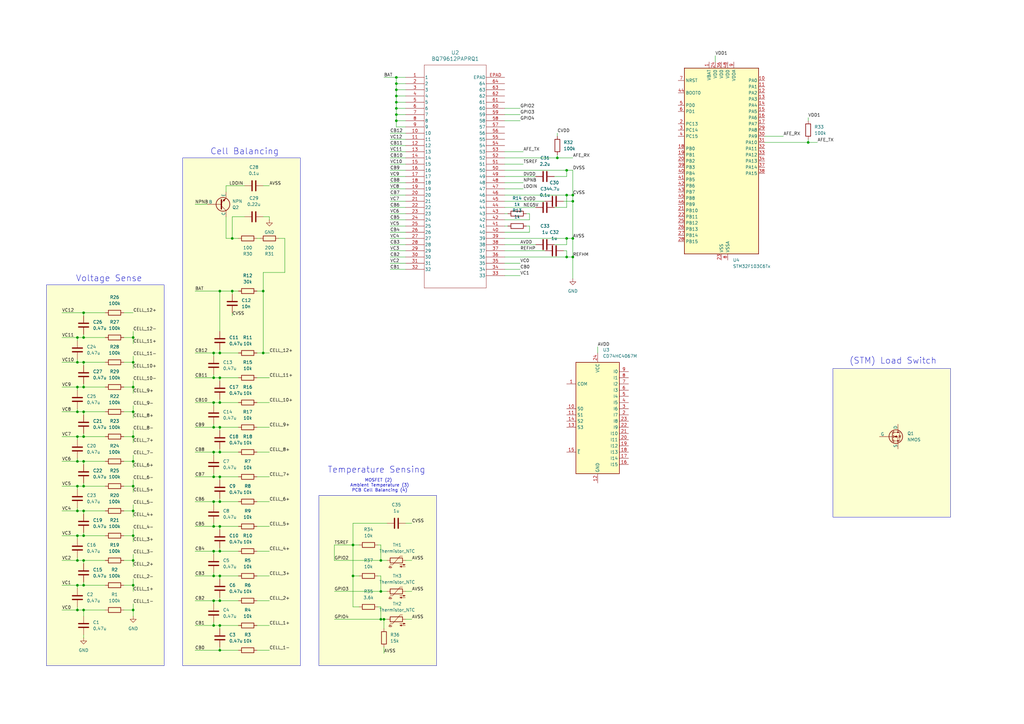
<source format=kicad_sch>
(kicad_sch (version 20250114) (generator "eeschema") (generator_version "9.0")
  (paper "A3")
  (rectangle (start 341.63 151.13) (end 389.89 212.09) (fill (type color) (color 252 255 209 1)))
  (rectangle (start 74.93 64.77) (end 123.19 273.05) (fill (type color) (color 252 255 209 1)))
  (rectangle (start 130.81 203.2) (end 179.07 273.05) (fill (type color) (color 252 255 209 1)))
  (rectangle (start 43.18 111.76) (end 43.18 111.76) (fill (type color) (color 255 249 164 1)))
  (rectangle (start 19.05 116.84) (end 67.31 273.05) (fill (type color) (color 252 255 209 1)))
  (text "Voltage Sense\n" (at 44.704 114.3 0) (effects (font (size 2.54 2.54))))
  (text "(STM) Load Switch" (at 366.268 148.082 0) (effects (font (size 2.54 2.54))))
  (text "MOSFET (2) \nAmbient Temperature (3)\nPCB Cell Balancing (4)" (at 155.702 199.136 0) (effects (font (size 1.27 1.27))))
  (text "Cell Balancing" (at 100.33 62.23 0) (effects (font (size 2.54 2.54))))
  (text "Temperature Sensing\n" (at 154.432 192.786 0) (effects (font (size 2.54 2.54))))
  (junction (at 34.29 240.03))
  (junction (at 232.41 97.79))
  (junction (at 90.17 226.06))
  (junction (at 87.63 165.1))
  (junction (at 87.63 175.26))
  (junction (at 34.29 179.07))
  (junction (at 31.75 179.07))
  (junction (at 34.29 128.27))
  (junction (at 232.41 69.85))
  (junction (at 54.61 219.71))
  (junction (at 34.29 219.71))
  (junction (at 54.61 209.55))
  (junction (at 31.75 189.23))
  (junction (at 90.17 246.38))
  (junction (at 234.95 105.41))
  (junction (at 157.48 254))
  (junction (at 107.95 119.38))
  (junction (at 34.29 209.55))
  (junction (at 90.17 236.22))
  (junction (at 90.17 256.54))
  (junction (at 54.61 148.59))
  (junction (at 31.75 209.55))
  (junction (at 90.17 144.78))
  (junction (at 156.21 229.87))
  (junction (at 331.47 58.42))
  (junction (at 234.95 97.79))
  (junction (at 156.21 254))
  (junction (at 232.41 105.41))
  (junction (at 162.56 46.99))
  (junction (at 90.17 175.26))
  (junction (at 31.75 199.39))
  (junction (at 31.75 148.59))
  (junction (at 31.75 250.19))
  (junction (at 54.61 158.75))
  (junction (at 31.75 219.71))
  (junction (at 90.17 195.58))
  (junction (at 90.17 266.7))
  (junction (at 31.75 158.75))
  (junction (at 234.95 82.55))
  (junction (at 54.61 240.03))
  (junction (at 54.61 199.39))
  (junction (at 95.25 97.79))
  (junction (at 34.29 229.87))
  (junction (at 34.29 138.43))
  (junction (at 144.78 223.52))
  (junction (at 87.63 205.74))
  (junction (at 87.63 236.22))
  (junction (at 31.75 138.43))
  (junction (at 87.63 185.42))
  (junction (at 162.56 36.83))
  (junction (at 54.61 229.87))
  (junction (at 87.63 256.54))
  (junction (at 162.56 49.53))
  (junction (at 162.56 44.45))
  (junction (at 107.95 144.78))
  (junction (at 234.95 80.01))
  (junction (at 34.29 168.91))
  (junction (at 54.61 250.19))
  (junction (at 34.29 189.23))
  (junction (at 31.75 240.03))
  (junction (at 162.56 34.29))
  (junction (at 54.61 189.23))
  (junction (at 54.61 168.91))
  (junction (at 34.29 148.59))
  (junction (at 90.17 154.94))
  (junction (at 34.29 158.75))
  (junction (at 31.75 229.87))
  (junction (at 90.17 215.9))
  (junction (at 232.41 80.01))
  (junction (at 95.25 119.38))
  (junction (at 87.63 246.38))
  (junction (at 144.78 236.22))
  (junction (at 162.56 39.37))
  (junction (at 90.17 119.38))
  (junction (at 34.29 250.19))
  (junction (at 31.75 168.91))
  (junction (at 54.61 138.43))
  (junction (at 90.17 185.42))
  (junction (at 90.17 165.1))
  (junction (at 87.63 215.9))
  (junction (at 162.56 41.91))
  (junction (at 162.56 31.75))
  (junction (at 34.29 199.39))
  (junction (at 156.21 242.57))
  (junction (at 87.63 144.78))
  (junction (at 54.61 179.07))
  (junction (at 228.6 64.77))
  (junction (at 87.63 154.94))
  (junction (at 87.63 195.58))
  (junction (at 90.17 205.74))
  (junction (at 87.63 226.06))
  (wire (pts (xy 107.95 144.78) (xy 107.95 119.38)))
  (wire (pts (xy 87.63 165.1) (xy 87.63 166.37)))
  (wire (pts (xy 162.56 34.29) (xy 166.37 34.29)))
  (wire (pts (xy 207.01 62.23) (xy 214.63 62.23)))
  (wire (pts (xy 90.17 256.54) (xy 90.17 257.81)))
  (wire (pts (xy 166.37 52.07) (xy 162.56 52.07)))
  (wire (pts (xy 25.4 209.55) (xy 31.75 209.55)))
  (wire (pts (xy 80.01 246.38) (xy 87.63 246.38)))
  (wire (pts (xy 31.75 138.43) (xy 34.29 138.43)))
  (wire (pts (xy 157.48 31.75) (xy 162.56 31.75)))
  (wire (pts (xy 25.4 229.87) (xy 31.75 229.87)))
  (wire (pts (xy 162.56 36.83) (xy 162.56 39.37)))
  (wire (pts (xy 90.17 236.22) (xy 97.79 236.22)))
  (wire (pts (xy 34.29 148.59) (xy 43.18 148.59)))
  (wire (pts (xy 50.8 250.19) (xy 54.61 250.19)))
  (wire (pts (xy 80.01 165.1) (xy 87.63 165.1)))
  (wire (pts (xy 25.4 189.23) (xy 31.75 189.23)))
  (wire (pts (xy 31.75 147.32) (xy 31.75 148.59)))
  (wire (pts (xy 50.8 199.39) (xy 54.61 199.39)))
  (wire (pts (xy 162.56 39.37) (xy 166.37 39.37)))
  (wire (pts (xy 232.41 100.33) (xy 232.41 97.79)))
  (wire (pts (xy 207.01 64.77) (xy 228.6 64.77)))
  (wire (pts (xy 234.95 80.01) (xy 234.95 82.55)))
  (wire (pts (xy 31.75 219.71) (xy 31.75 220.98)))
  (wire (pts (xy 54.61 156.21) (xy 54.61 158.75)))
  (wire (pts (xy 207.01 77.47) (xy 214.63 77.47)))
  (wire (pts (xy 144.78 248.92) (xy 147.32 248.92)))
  (wire (pts (xy 31.75 168.91) (xy 34.29 168.91)))
  (wire (pts (xy 207.01 67.31) (xy 214.63 67.31)))
  (wire (pts (xy 34.29 158.75) (xy 43.18 158.75)))
  (wire (pts (xy 105.41 154.94) (xy 110.49 154.94)))
  (wire (pts (xy 95.25 97.79) (xy 97.79 97.79)))
  (wire (pts (xy 232.41 80.01) (xy 232.41 85.09)))
  (wire (pts (xy 34.29 137.16) (xy 34.29 138.43)))
  (wire (pts (xy 34.29 189.23) (xy 34.29 190.5)))
  (wire (pts (xy 160.02 54.61) (xy 166.37 54.61)))
  (wire (pts (xy 105.41 226.06) (xy 110.49 226.06)))
  (wire (pts (xy 34.29 148.59) (xy 34.29 149.86)))
  (wire (pts (xy 25.4 240.03) (xy 31.75 240.03)))
  (wire (pts (xy 160.02 72.39) (xy 166.37 72.39)))
  (wire (pts (xy 116.84 111.76) (xy 107.95 111.76)))
  (wire (pts (xy 31.75 209.55) (xy 34.29 209.55)))
  (wire (pts (xy 34.29 229.87) (xy 43.18 229.87)))
  (wire (pts (xy 90.17 224.79) (xy 90.17 226.06)))
  (wire (pts (xy 31.75 228.6) (xy 31.75 229.87)))
  (wire (pts (xy 160.02 97.79) (xy 166.37 97.79)))
  (wire (pts (xy 90.17 143.51) (xy 90.17 144.78)))
  (wire (pts (xy 54.61 158.75) (xy 54.61 161.29)))
  (wire (pts (xy 232.41 80.01) (xy 234.95 80.01)))
  (wire (pts (xy 215.9 92.71) (xy 217.17 92.71)))
  (wire (pts (xy 31.75 179.07) (xy 34.29 179.07)))
  (wire (pts (xy 31.75 138.43) (xy 31.75 139.7)))
  (wire (pts (xy 166.37 242.57) (xy 168.91 242.57)))
  (wire (pts (xy 31.75 199.39) (xy 31.75 200.66)))
  (wire (pts (xy 144.78 223.52) (xy 147.32 223.52)))
  (wire (pts (xy 87.63 153.67) (xy 87.63 154.94)))
  (wire (pts (xy 107.95 88.9) (xy 110.49 88.9)))
  (wire (pts (xy 154.94 248.92) (xy 156.21 248.92)))
  (wire (pts (xy 54.61 199.39) (xy 54.61 201.93)))
  (wire (pts (xy 31.75 148.59) (xy 34.29 148.59)))
  (wire (pts (xy 160.02 69.85) (xy 166.37 69.85)))
  (wire (pts (xy 90.17 154.94) (xy 90.17 156.21)))
  (wire (pts (xy 90.17 226.06) (xy 97.79 226.06)))
  (wire (pts (xy 160.02 67.31) (xy 166.37 67.31)))
  (wire (pts (xy 80.01 215.9) (xy 87.63 215.9)))
  (wire (pts (xy 162.56 49.53) (xy 166.37 49.53)))
  (wire (pts (xy 207.01 92.71) (xy 208.28 92.71)))
  (wire (pts (xy 87.63 144.78) (xy 90.17 144.78)))
  (wire (pts (xy 207.01 105.41) (xy 232.41 105.41)))
  (wire (pts (xy 90.17 144.78) (xy 97.79 144.78)))
  (wire (pts (xy 95.25 128.27) (xy 95.25 129.54)))
  (wire (pts (xy 25.4 148.59) (xy 31.75 148.59)))
  (wire (pts (xy 80.01 226.06) (xy 87.63 226.06)))
  (wire (pts (xy 54.61 179.07) (xy 54.61 181.61)))
  (wire (pts (xy 90.17 119.38) (xy 95.25 119.38)))
  (wire (pts (xy 160.02 64.77) (xy 166.37 64.77)))
  (wire (pts (xy 162.56 36.83) (xy 166.37 36.83)))
  (wire (pts (xy 160.02 57.15) (xy 166.37 57.15)))
  (wire (pts (xy 105.41 185.42) (xy 110.49 185.42)))
  (wire (pts (xy 34.29 218.44) (xy 34.29 219.71)))
  (wire (pts (xy 228.6 64.77) (xy 234.95 64.77)))
  (wire (pts (xy 95.25 88.9) (xy 100.33 88.9)))
  (wire (pts (xy 54.61 219.71) (xy 54.61 222.25)))
  (wire (pts (xy 92.71 76.2) (xy 100.33 76.2)))
  (wire (pts (xy 87.63 154.94) (xy 90.17 154.94)))
  (wire (pts (xy 160.02 85.09) (xy 166.37 85.09)))
  (wire (pts (xy 54.61 227.33) (xy 54.61 229.87)))
  (wire (pts (xy 227.33 100.33) (xy 232.41 100.33)))
  (wire (pts (xy 90.17 256.54) (xy 97.79 256.54)))
  (wire (pts (xy 80.01 195.58) (xy 87.63 195.58)))
  (wire (pts (xy 54.61 146.05) (xy 54.61 148.59)))
  (wire (pts (xy 87.63 246.38) (xy 90.17 246.38)))
  (wire (pts (xy 137.16 242.57) (xy 156.21 242.57)))
  (wire (pts (xy 137.16 223.52) (xy 144.78 223.52)))
  (wire (pts (xy 25.4 158.75) (xy 31.75 158.75)))
  (wire (pts (xy 90.17 163.83) (xy 90.17 165.1)))
  (wire (pts (xy 34.29 260.35) (xy 34.29 261.62)))
  (wire (pts (xy 34.29 138.43) (xy 43.18 138.43)))
  (wire (pts (xy 90.17 175.26) (xy 97.79 175.26)))
  (wire (pts (xy 154.94 223.52) (xy 156.21 223.52)))
  (wire (pts (xy 156.21 223.52) (xy 156.21 229.87)))
  (wire (pts (xy 105.41 256.54) (xy 110.49 256.54)))
  (wire (pts (xy 80.01 175.26) (xy 87.63 175.26)))
  (wire (pts (xy 54.61 207.01) (xy 54.61 209.55)))
  (wire (pts (xy 54.61 250.19) (xy 54.61 252.73)))
  (wire (pts (xy 162.56 31.75) (xy 162.56 34.29)))
  (wire (pts (xy 31.75 248.92) (xy 31.75 250.19)))
  (wire (pts (xy 34.29 168.91) (xy 43.18 168.91)))
  (wire (pts (xy 90.17 119.38) (xy 90.17 135.89)))
  (wire (pts (xy 95.25 97.79) (xy 95.25 88.9)))
  (wire (pts (xy 50.8 148.59) (xy 54.61 148.59)))
  (wire (pts (xy 80.01 236.22) (xy 87.63 236.22)))
  (wire (pts (xy 54.61 209.55) (xy 54.61 212.09)))
  (wire (pts (xy 166.37 214.63) (xy 168.91 214.63)))
  (wire (pts (xy 157.48 265.43) (xy 157.48 267.97)))
  (wire (pts (xy 105.41 236.22) (xy 110.49 236.22)))
  (wire (pts (xy 105.41 97.79) (xy 106.68 97.79)))
  (wire (pts (xy 207.01 107.95) (xy 213.36 107.95)))
  (wire (pts (xy 232.41 102.87) (xy 232.41 105.41)))
  (wire (pts (xy 50.8 219.71) (xy 54.61 219.71)))
  (wire (pts (xy 105.41 175.26) (xy 110.49 175.26)))
  (wire (pts (xy 232.41 105.41) (xy 234.95 105.41)))
  (wire (pts (xy 80.01 266.7) (xy 90.17 266.7)))
  (wire (pts (xy 90.17 175.26) (xy 90.17 176.53)))
  (wire (pts (xy 207.01 100.33) (xy 219.71 100.33)))
  (wire (pts (xy 160.02 90.17) (xy 166.37 90.17)))
  (wire (pts (xy 34.29 198.12) (xy 34.29 199.39)))
  (wire (pts (xy 217.17 90.17) (xy 217.17 87.63)))
  (wire (pts (xy 34.29 209.55) (xy 43.18 209.55)))
  (wire (pts (xy 90.17 246.38) (xy 97.79 246.38)))
  (wire (pts (xy 92.71 97.79) (xy 95.25 97.79)))
  (wire (pts (xy 116.84 97.79) (xy 116.84 111.76)))
  (wire (pts (xy 31.75 189.23) (xy 34.29 189.23)))
  (wire (pts (xy 90.17 185.42) (xy 97.79 185.42)))
  (wire (pts (xy 54.61 217.17) (xy 54.61 219.71)))
  (wire (pts (xy 95.25 119.38) (xy 97.79 119.38)))
  (wire (pts (xy 90.17 215.9) (xy 90.17 217.17)))
  (wire (pts (xy 87.63 173.99) (xy 87.63 175.26)))
  (wire (pts (xy 160.02 77.47) (xy 166.37 77.47)))
  (wire (pts (xy 31.75 229.87) (xy 34.29 229.87)))
  (wire (pts (xy 31.75 158.75) (xy 34.29 158.75)))
  (wire (pts (xy 50.8 240.03) (xy 54.61 240.03)))
  (wire (pts (xy 31.75 240.03) (xy 34.29 240.03)))
  (wire (pts (xy 160.02 105.41) (xy 166.37 105.41)))
  (wire (pts (xy 54.61 247.65) (xy 54.61 250.19)))
  (wire (pts (xy 34.29 250.19) (xy 34.29 252.73)))
  (wire (pts (xy 90.17 204.47) (xy 90.17 205.74)))
  (wire (pts (xy 144.78 214.63) (xy 158.75 214.63)))
  (wire (pts (xy 50.8 229.87) (xy 54.61 229.87)))
  (wire (pts (xy 207.01 102.87) (xy 223.52 102.87)))
  (wire (pts (xy 54.61 138.43) (xy 54.61 140.97)))
  (wire (pts (xy 87.63 144.78) (xy 87.63 146.05)))
  (wire (pts (xy 137.16 229.87) (xy 156.21 229.87)))
  (wire (pts (xy 90.17 205.74) (xy 97.79 205.74)))
  (wire (pts (xy 160.02 100.33) (xy 166.37 100.33)))
  (wire (pts (xy 207.01 87.63) (xy 208.28 87.63)))
  (wire (pts (xy 162.56 44.45) (xy 166.37 44.45)))
  (wire (pts (xy 162.56 49.53) (xy 162.56 52.07)))
  (wire (pts (xy 87.63 185.42) (xy 90.17 185.42)))
  (wire (pts (xy 107.95 144.78) (xy 110.49 144.78)))
  (wire (pts (xy 90.17 165.1) (xy 97.79 165.1)))
  (wire (pts (xy 105.41 215.9) (xy 110.49 215.9)))
  (wire (pts (xy 293.37 22.86) (xy 293.37 25.4)))
  (wire (pts (xy 50.8 179.07) (xy 54.61 179.07)))
  (wire (pts (xy 80.01 256.54) (xy 87.63 256.54)))
  (wire (pts (xy 50.8 189.23) (xy 54.61 189.23)))
  (wire (pts (xy 162.56 34.29) (xy 162.56 36.83)))
  (wire (pts (xy 31.75 179.07) (xy 31.75 180.34)))
  (wire (pts (xy 92.71 88.9) (xy 92.71 97.79)))
  (wire (pts (xy 80.01 119.38) (xy 90.17 119.38)))
  (wire (pts (xy 25.4 219.71) (xy 31.75 219.71)))
  (wire (pts (xy 144.78 223.52) (xy 144.78 214.63)))
  (wire (pts (xy 80.01 185.42) (xy 87.63 185.42)))
  (wire (pts (xy 34.29 128.27) (xy 34.29 129.54)))
  (wire (pts (xy 166.37 229.87) (xy 168.91 229.87)))
  (wire (pts (xy 34.29 179.07) (xy 43.18 179.07)))
  (wire (pts (xy 234.95 82.55) (xy 234.95 97.79)))
  (wire (pts (xy 160.02 74.93) (xy 166.37 74.93)))
  (wire (pts (xy 105.41 119.38) (xy 107.95 119.38)))
  (wire (pts (xy 54.61 237.49) (xy 54.61 240.03)))
  (wire (pts (xy 54.61 166.37) (xy 54.61 168.91)))
  (wire (pts (xy 162.56 46.99) (xy 166.37 46.99)))
  (wire (pts (xy 156.21 248.92) (xy 156.21 254)))
  (wire (pts (xy 154.94 236.22) (xy 156.21 236.22)))
  (wire (pts (xy 34.29 157.48) (xy 34.29 158.75)))
  (wire (pts (xy 207.01 110.49) (xy 213.36 110.49)))
  (wire (pts (xy 313.69 58.42) (xy 331.47 58.42)))
  (wire (pts (xy 50.8 138.43) (xy 54.61 138.43)))
  (wire (pts (xy 54.61 240.03) (xy 54.61 242.57)))
  (wire (pts (xy 90.17 215.9) (xy 97.79 215.9)))
  (wire (pts (xy 160.02 80.01) (xy 166.37 80.01)))
  (wire (pts (xy 34.29 209.55) (xy 34.29 210.82)))
  (wire (pts (xy 207.01 80.01) (xy 232.41 80.01)))
  (wire (pts (xy 157.48 254) (xy 158.75 254)))
  (wire (pts (xy 54.61 186.69) (xy 54.61 189.23)))
  (wire (pts (xy 31.75 250.19) (xy 34.29 250.19)))
  (wire (pts (xy 105.41 144.78) (xy 107.95 144.78)))
  (wire (pts (xy 34.29 199.39) (xy 43.18 199.39)))
  (wire (pts (xy 87.63 226.06) (xy 87.63 227.33)))
  (wire (pts (xy 50.8 209.55) (xy 54.61 209.55)))
  (wire (pts (xy 313.69 55.88) (xy 321.31 55.88)))
  (wire (pts (xy 105.41 165.1) (xy 110.49 165.1)))
  (wire (pts (xy 228.6 54.61) (xy 228.6 55.88)))
  (wire (pts (xy 144.78 236.22) (xy 147.32 236.22)))
  (wire (pts (xy 217.17 95.25) (xy 217.17 92.71)))
  (wire (pts (xy 207.01 97.79) (xy 232.41 97.79)))
  (wire (pts (xy 87.63 175.26) (xy 90.17 175.26)))
  (wire (pts (xy 156.21 254) (xy 157.48 254)))
  (wire (pts (xy 87.63 226.06) (xy 90.17 226.06)))
  (wire (pts (xy 80.01 144.78) (xy 87.63 144.78)))
  (wire (pts (xy 31.75 219.71) (xy 34.29 219.71)))
  (wire (pts (xy 160.02 95.25) (xy 166.37 95.25)))
  (wire (pts (xy 87.63 255.27) (xy 87.63 256.54)))
  (wire (pts (xy 160.02 110.49) (xy 166.37 110.49)))
  (wire (pts (xy 34.29 128.27) (xy 43.18 128.27)))
  (wire (pts (xy 87.63 205.74) (xy 90.17 205.74)))
  (wire (pts (xy 80.01 205.74) (xy 87.63 205.74)))
  (wire (pts (xy 156.21 242.57) (xy 158.75 242.57)))
  (wire (pts (xy 90.17 195.58) (xy 97.79 195.58)))
  (wire (pts (xy 34.29 240.03) (xy 43.18 240.03)))
  (wire (pts (xy 87.63 185.42) (xy 87.63 186.69)))
  (wire (pts (xy 54.61 229.87) (xy 54.61 232.41)))
  (wire (pts (xy 166.37 254) (xy 168.91 254)))
  (wire (pts (xy 232.41 72.39) (xy 232.41 69.85)))
  (wire (pts (xy 207.01 82.55) (xy 223.52 82.55)))
  (wire (pts (xy 25.4 128.27) (xy 34.29 128.27)))
  (wire (pts (xy 114.3 97.79) (xy 116.84 97.79)))
  (wire (pts (xy 50.8 158.75) (xy 54.61 158.75)))
  (wire (pts (xy 160.02 59.69) (xy 166.37 59.69)))
  (wire (pts (xy 34.29 219.71) (xy 43.18 219.71)))
  (wire (pts (xy 31.75 167.64) (xy 31.75 168.91)))
  (wire (pts (xy 34.29 238.76) (xy 34.29 240.03)))
  (wire (pts (xy 87.63 234.95) (xy 87.63 236.22)))
  (wire (pts (xy 50.8 168.91) (xy 54.61 168.91)))
  (wire (pts (xy 156.21 229.87) (xy 158.75 229.87)))
  (wire (pts (xy 107.95 76.2) (xy 110.49 76.2)))
  (wire (pts (xy 207.01 44.45) (xy 213.36 44.45)))
  (wire (pts (xy 34.29 189.23) (xy 43.18 189.23)))
  (wire (pts (xy 31.75 199.39) (xy 34.29 199.39)))
  (wire (pts (xy 331.47 58.42) (xy 335.28 58.42)))
  (wire (pts (xy 54.61 148.59) (xy 54.61 151.13)))
  (wire (pts (xy 90.17 245.11) (xy 90.17 246.38)))
  (wire (pts (xy 25.4 179.07) (xy 31.75 179.07)))
  (wire (pts (xy 234.95 97.79) (xy 234.95 105.41)))
  (wire (pts (xy 34.29 229.87) (xy 34.29 231.14)))
  (wire (pts (xy 54.61 196.85) (xy 54.61 199.39)))
  (wire (pts (xy 144.78 223.52) (xy 144.78 236.22)))
  (wire (pts (xy 160.02 62.23) (xy 166.37 62.23)))
  (wire (pts (xy 31.75 158.75) (xy 31.75 160.02)))
  (wire (pts (xy 162.56 46.99) (xy 162.56 49.53)))
  (wire (pts (xy 92.71 78.74) (xy 92.71 76.2)))
  (wire (pts (xy 50.8 128.27) (xy 54.61 128.27)))
  (wire (pts (xy 234.95 69.85) (xy 234.95 80.01)))
  (wire (pts (xy 160.02 87.63) (xy 166.37 87.63)))
  (wire (pts (xy 160.02 107.95) (xy 166.37 107.95)))
  (wire (pts (xy 54.61 189.23) (xy 54.61 191.77)))
  (wire (pts (xy 207.01 49.53) (xy 213.36 49.53)))
  (wire (pts (xy 331.47 48.26) (xy 331.47 49.53)))
  (wire (pts (xy 162.56 39.37) (xy 162.56 41.91)))
  (wire (pts (xy 227.33 85.09) (xy 232.41 85.09)))
  (wire (pts (xy 144.78 236.22) (xy 144.78 248.92)))
  (wire (pts (xy 80.01 83.82) (xy 85.09 83.82)))
  (wire (pts (xy 137.16 254) (xy 156.21 254)))
  (wire (pts (xy 90.17 236.22) (xy 90.17 237.49)))
  (wire (pts (xy 87.63 194.31) (xy 87.63 195.58)))
  (wire (pts (xy 232.41 97.79) (xy 234.95 97.79)))
  (wire (pts (xy 162.56 41.91) (xy 162.56 44.45)))
  (wire (pts (xy 156.21 236.22) (xy 156.21 242.57)))
  (wire (pts (xy 228.6 63.5) (xy 228.6 64.77)))
  (wire (pts (xy 90.17 195.58) (xy 90.17 196.85)))
  (wire (pts (xy 90.17 154.94) (xy 97.79 154.94)))
  (wire (pts (xy 34.29 250.19) (xy 43.18 250.19)))
  (wire (pts (xy 31.75 187.96) (xy 31.75 189.23)))
  (wire (pts (xy 331.47 57.15) (xy 331.47 58.42)))
  (wire (pts (xy 207.01 46.99) (xy 213.36 46.99)))
  (wire (pts (xy 231.14 82.55) (xy 234.95 82.55)))
  (wire (pts (xy 34.29 177.8) (xy 34.29 179.07)))
  (wire (pts (xy 105.41 266.7) (xy 110.49 266.7)))
  (wire (pts (xy 31.75 208.28) (xy 31.75 209.55)))
  (wire (pts (xy 231.14 102.87) (xy 232.41 102.87)))
  (wire (pts (xy 87.63 195.58) (xy 90.17 195.58)))
  (wire (pts (xy 87.63 246.38) (xy 87.63 247.65)))
  (wire (pts (xy 87.63 256.54) (xy 90.17 256.54)))
  (wire (pts (xy 25.4 199.39) (xy 31.75 199.39)))
  (wire (pts (xy 157.48 254) (xy 157.48 257.81)))
  (wire (pts (xy 54.61 168.91) (xy 54.61 171.45)))
  (wire (pts (xy 25.4 138.43) (xy 31.75 138.43)))
  (wire (pts (xy 207.01 69.85) (xy 232.41 69.85)))
  (wire (pts (xy 105.41 205.74) (xy 110.49 205.74)))
  (wire (pts (xy 227.33 72.39) (xy 232.41 72.39)))
  (wire (pts (xy 25.4 250.19) (xy 31.75 250.19)))
  (wire (pts (xy 207.01 90.17) (xy 217.17 90.17)))
  (wire (pts (xy 87.63 236.22) (xy 90.17 236.22)))
  (wire (pts (xy 234.95 105.41) (xy 234.95 114.3)))
  (wire (pts (xy 207.01 72.39) (xy 219.71 72.39)))
  (wire (pts (xy 87.63 215.9) (xy 90.17 215.9)))
  (wire (pts (xy 25.4 168.91) (xy 31.75 168.91)))
  (wire (pts (xy 162.56 31.75) (xy 166.37 31.75)))
  (wire (pts (xy 87.63 214.63) (xy 87.63 215.9)))
  (wire (pts (xy 34.29 168.91) (xy 34.29 170.18)))
  (wire (pts (xy 207.01 74.93) (xy 214.63 74.93)))
  (wire (pts (xy 90.17 184.15) (xy 90.17 185.42)))
  (wire (pts (xy 54.61 176.53) (xy 54.61 179.07)))
  (wire (pts (xy 162.56 44.45) (xy 162.56 46.99)))
  (wire (pts (xy 160.02 92.71) (xy 166.37 92.71)))
  (wire (pts (xy 162.56 41.91) (xy 166.37 41.91)))
  (wire (pts (xy 215.9 87.63) (xy 217.17 87.63)))
  (wire (pts (xy 137.16 223.52) (xy 137.16 229.87)))
  (wire (pts (xy 105.41 246.38) (xy 110.49 246.38)))
  (wire (pts (xy 107.95 111.76) (xy 107.95 119.38)))
  (wire (pts (xy 54.61 135.89) (xy 54.61 138.43)))
  (wire (pts (xy 90.17 265.43) (xy 90.17 266.7)))
  (wire (pts (xy 90.17 266.7) (xy 97.79 266.7)))
  (wire (pts (xy 207.01 85.09) (xy 219.71 85.09)))
  (wire (pts (xy 160.02 82.55) (xy 166.37 82.55)))
  (wire (pts (xy 80.01 154.94) (xy 87.63 154.94)))
  (wire (pts (xy 232.41 69.85) (xy 234.95 69.85)))
  (wire (pts (xy 207.01 95.25) (xy 217.17 95.25)))
  (wire (pts (xy 87.63 205.74) (xy 87.63 207.01)))
  (wire (pts (xy 31.75 240.03) (xy 31.75 241.3)))
  (wire (pts (xy 110.49 88.9) (xy 110.49 90.17)))
  (wire (pts (xy 105.41 195.58) (xy 110.49 195.58)))
  (wire (pts (xy 87.63 165.1) (xy 90.17 165.1)))
  (wire (pts (xy 245.11 142.24) (xy 245.11 144.78)))
  (wire (pts (xy 95.25 119.38) (xy 95.25 120.65)))
  (wire (pts (xy 207.01 113.03) (xy 213.36 113.03)))
  (wire (pts (xy 160.02 102.87) (xy 166.37 102.87)))
  (label "VC12" (at 160.02 57.15 0))
  (label "CELL_4+" (at 110.49 226.06 0))
  (label "CB9" (at 80.01 175.26 0))
  (label "VC4" (at 25.4 209.55 0))
  (label "CB12" (at 80.01 144.78 0))
  (label "CB7" (at 160.02 80.01 0))
  (label "CELL_9+" (at 54.61 161.29 0))
  (label "VC1" (at 213.36 113.03 0))
  (label "CELL_2+" (at 110.49 246.38 0))
  (label "CB0" (at 80.01 266.7 0))
  (label "CB1" (at 160.02 110.49 0))
  (label "VC1" (at 25.4 240.03 0))
  (label "NPNB" (at 80.01 83.82 0))
  (label "CB2" (at 160.02 105.41 0))
  (label "CELL_8+" (at 110.49 185.42 0))
  (label "VC4" (at 160.02 97.79 0))
  (label "CVSS" (at 234.95 80.01 0))
  (label "CB11" (at 80.01 154.94 0))
  (label "VC5" (at 160.02 92.71 0))
  (label "VC12" (at 25.4 128.27 0))
  (label "CELL_6-" (at 54.61 196.85 0))
  (label "REFHM" (at 234.95 105.41 0))
  (label "AVDD" (at 213.36 100.33 0))
  (label "VC11" (at 160.02 62.23 0))
  (label "CELL_12+" (at 110.49 144.78 0))
  (label "BAT" (at 157.48 31.75 0))
  (label "CELL_1+" (at 54.61 242.57 0))
  (label "CELL_4-" (at 54.61 217.17 0))
  (label "VC6" (at 25.4 189.23 0))
  (label "CB1" (at 80.01 256.54 0))
  (label "CELL_12+" (at 54.61 128.27 0))
  (label "AFE_RX" (at 234.95 64.77 0))
  (label "LDOIN" (at 93.98 76.2 0))
  (label "CB11" (at 160.02 59.69 0))
  (label "VC9" (at 160.02 72.39 0))
  (label "GPIO2" (at 213.36 44.45 0))
  (label "CB10" (at 160.02 64.77 0))
  (label "AVSS" (at 157.48 267.97 0))
  (label "VC0" (at 25.4 250.19 0))
  (label "CELL_9+" (at 110.49 175.26 0))
  (label "CELL_10-" (at 54.61 156.21 0))
  (label "TSREF" (at 137.16 223.52 0))
  (label "CVSS" (at 95.25 129.54 0))
  (label "CELL_2+" (at 54.61 232.41 0))
  (label "CB7" (at 80.01 195.58 0))
  (label "VC2" (at 25.4 229.87 0))
  (label "CB3" (at 160.02 100.33 0))
  (label "CB3" (at 80.01 236.22 0))
  (label "NEG5V" (at 214.63 85.09 0))
  (label "NPNB" (at 214.63 74.93 0))
  (label "CB12" (at 160.02 54.61 0))
  (label "GPIO3" (at 137.16 242.57 0))
  (label "CELL_5+" (at 110.49 215.9 0))
  (label "AFE_RX" (at 321.31 55.88 0))
  (label "CELL_7+" (at 54.61 181.61 0))
  (label "CELL_11+" (at 54.61 140.97 0))
  (label "CB4" (at 80.01 226.06 0))
  (label "VC5" (at 25.4 199.39 0))
  (label "DVSS" (at 234.95 69.85 0))
  (label "CB6" (at 160.02 85.09 0))
  (label "CELL_7+" (at 110.49 195.58 0))
  (label "CELL_5+" (at 54.61 201.93 0))
  (label "REFHP" (at 213.36 102.87 0))
  (label "CB6" (at 80.01 205.74 0))
  (label "VC3" (at 25.4 219.71 0))
  (label "CELL_1+" (at 110.49 256.54 0))
  (label "AVSS" (at 168.91 242.57 0))
  (label "BAT" (at 80.01 119.38 0))
  (label "CELL_2-" (at 54.61 237.49 0))
  (label "AFE_TX" (at 335.28 58.42 0))
  (label "CELL_11+" (at 110.49 154.94 0))
  (label "GPIO2" (at 137.16 229.87 0))
  (label "CELL_3-" (at 54.61 227.33 0))
  (label "CELL_7-" (at 54.61 186.69 0))
  (label "VC0" (at 213.36 107.95 0))
  (label "AFE_TX" (at 214.63 62.23 0))
  (label "CELL_6+" (at 54.61 191.77 0))
  (label "GPIO3" (at 213.36 46.99 0))
  (label "CB9" (at 160.02 69.85 0))
  (label "GPIO4" (at 213.36 49.53 0))
  (label "AVSS" (at 234.95 97.79 0))
  (label "AVSS" (at 110.49 76.2 0))
  (label "CVDD" (at 214.63 82.55 0))
  (label "GPIO4" (at 137.16 254 0))
  (label "CB2" (at 80.01 246.38 0))
  (label "VC7" (at 160.02 82.55 0))
  (label "VC7" (at 25.4 179.07 0))
  (label "VC8" (at 25.4 168.91 0))
  (label "AVSS" (at 168.91 254 0))
  (label "CB8" (at 80.01 185.42 0))
  (label "CVDD" (at 228.6 54.61 0))
  (label "CELL_1-" (at 54.61 247.65 0))
  (label "CELL_10+" (at 110.49 165.1 0))
  (label "CB5" (at 80.01 215.9 0))
  (label "CELL_1-" (at 110.49 266.7 0))
  (label "VC3" (at 160.02 102.87 0))
  (label "CELL_5-" (at 54.61 207.01 0))
  (label "CELL_6+" (at 110.49 205.74 0))
  (label "VC9" (at 25.4 158.75 0))
  (label "CELL_3+" (at 54.61 222.25 0))
  (label "CB10" (at 80.01 165.1 0))
  (label "VC8" (at 160.02 77.47 0))
  (label "CVSS" (at 168.91 214.63 0))
  (label "CELL_8+" (at 54.61 171.45 0))
  (label "CELL_11-" (at 54.61 146.05 0))
  (label "AVDD" (at 245.11 142.24 0))
  (label "CELL_12-" (at 54.61 135.89 0))
  (label "VC10" (at 160.02 67.31 0))
  (label "CELL_4+" (at 54.61 212.09 0))
  (label "CB0" (at 213.36 110.49 0))
  (label "CELL_9-" (at 54.61 166.37 0))
  (label "CELL_8-" (at 54.61 176.53 0))
  (label "VC10" (at 25.4 148.59 0))
  (label "CB8" (at 160.02 74.93 0))
  (label "VDD1" (at 331.47 48.26 0))
  (label "VDD1" (at 293.37 22.86 0))
  (label "VC2" (at 160.02 107.95 0))
  (label "VC11" (at 25.4 138.43 0))
  (label "DVDD" (at 214.63 72.39 0))
  (label "LDOIN" (at 214.63 77.47 0))
  (label "VC6" (at 160.02 87.63 0))
  (label "CB5" (at 160.02 90.17 0))
  (label "AVSS" (at 168.91 229.87 0))
  (label "CELL_10+" (at 54.61 151.13 0))
  (label "TSREF" (at 214.63 67.31 0))
  (label "CELL_3+" (at 110.49 236.22 0))
  (label "CB4" (at 160.02 95.25 0))
  (symbol (lib_id "Device:R") (at 101.6 97.79 90) (mirror x) (unit 1)
    (property "Reference" "R30" (at 101.6 104.14 90))
    (property "Value" "100" (at 101.6 101.6 90))
    (property "Description" "Resistor" (effects (hide yes)))
  )
  (symbol (lib_id "Device:R") (at 46.99 250.19 90) (unit 1)
    (property "Reference" "R1" (at 46.99 243.84 90))
    (property "Value" "100k" (at 46.99 246.38 90))
    (property "Description" "Resistor" (effects (hide yes)))
  )
  (symbol (lib_id "Device:C") (at 31.75 163.83 0) (unit 1)
    (property "Reference" "C25" (at 35.56 162.5599 0) (effects (justify left)))
    (property "Value" "0.47u" (at 35.56 165.0999 0) (effects (justify left)))
    (property "Description" "Unpolarized capacitor" (effects (hide yes)))
  )
  (symbol (lib_id "Device:C") (at 90.17 241.3 0) (unit 1)
    (property "Reference" "C6" (at 93.98 240.0299 0) (effects (justify left)))
    (property "Value" "0.47u" (at 93.98 242.5699 0) (effects (justify left)))
    (property "Description" "Unpolarized capacitor" (effects (hide yes)))
  )
  (symbol (lib_id "Device:C") (at 162.56 214.63 90) (unit 1)
    (property "Reference" "C35" (at 162.56 207.01 90))
    (property "Value" "1u" (at 162.56 209.55 90))
    (property "Description" "Unpolarized capacitor" (effects (hide yes)))
  )
  (symbol (lib_id "Device:R") (at 46.99 148.59 90) (unit 1)
    (property "Reference" "R28" (at 46.99 142.24 90))
    (property "Value" "100k" (at 46.99 144.78 90))
    (property "Description" "Resistor" (effects (hide yes)))
  )
  (symbol (lib_id "Device:R") (at 46.99 158.75 90) (unit 1)
    (property "Reference" "R29" (at 46.99 152.4 90))
    (property "Value" "100k" (at 46.99 154.94 90))
    (property "Description" "Resistor" (effects (hide yes)))
  )
  (symbol (lib_id "Device:C") (at 104.14 76.2 270) (mirror x) (unit 1)
    (property "Reference" "C28" (at 104.14 68.58 90))
    (property "Value" "0.1u" (at 104.14 71.12 90))
    (property "Description" "Unpolarized capacitor" (effects (hide yes)))
  )
  (symbol (lib_id "Device:R") (at 46.99 179.07 90) (unit 1)
    (property "Reference" "R23" (at 46.99 172.72 90))
    (property "Value" "100k" (at 46.99 175.26 90))
    (property "Description" "Resistor" (effects (hide yes)))
  )
  (symbol (lib_id "Device:R") (at 110.49 97.79 90) (mirror x) (unit 1)
    (property "Reference" "R31" (at 110.49 104.14 90))
    (property "Value" "200" (at 110.49 101.6 90))
    (property "Description" "Resistor" (effects (hide yes)))
  )
  (symbol (lib_id "Device:R") (at 151.13 236.22 90) (unit 1)
    (property "Reference" "R37" (at 151.13 229.87 90))
    (property "Value" "10k" (at 151.13 232.41 90))
    (property "Description" "Resistor" (effects (hide yes)))
  )
  (symbol (lib_id "Device:R") (at 101.6 226.06 90) (unit 1)
    (property "Reference" "R10" (at 101.6 219.71 90))
    (property "Value" "10k" (at 101.6 222.25 90))
    (property "Description" "Resistor" (effects (hide yes)))
  )
  (symbol (lib_id "Device:R") (at 331.47 53.34 0) (unit 1)
    (property "Reference" "R33" (at 334.01 52.0699 0) (effects (justify left)))
    (property "Value" "100k" (at 334.01 54.6099 0) (effects (justify left)))
    (property "Description" "Resistor" (effects (hide yes)))
  )
  (symbol (lib_id "Device:Thermistor_NTC") (at 162.56 242.57 90) (unit 1)
    (property "Reference" "TH3" (at 162.8775 236.22 90))
    (property "Value" "Thermistor_NTC" (at 162.8775 238.76 90))
    (property "Description" "Temperature dependent resistor, negative temperature coefficient" (effects (hide yes)))
  )
  (symbol (lib_id "Device:R") (at 101.6 185.42 90) (unit 1)
    (property "Reference" "R18" (at 101.6 179.07 90))
    (property "Value" "10k" (at 101.6 181.61 90))
    (property "Description" "Resistor" (effects (hide yes)))
  )
  (symbol (lib_id "Device:C") (at 34.29 153.67 0) (unit 1)
    (property "Reference" "C27" (at 38.1 152.3999 0) (effects (justify left)))
    (property "Value" "0.47u" (at 38.1 154.9399 0) (effects (justify left)))
    (property "Description" "Unpolarized capacitor" (effects (hide yes)))
  )
  (symbol (lib_id "Device:C") (at 87.63 231.14 0) (unit 1)
    (property "Reference" "C5" (at 91.44 229.8699 0) (effects (justify left)))
    (property "Value" "0.47u" (at 91.44 232.4099 0) (effects (justify left)))
    (property "Description" "Unpolarized capacitor" (effects (hide yes)))
  )
  (symbol (lib_id "Device:C") (at 34.29 194.31 0) (unit 1)
    (property "Reference" "C22" (at 38.1 193.0399 0) (effects (justify left)))
    (property "Value" "0.47u" (at 38.1 195.5799 0) (effects (justify left)))
    (property "Description" "Unpolarized capacitor" (effects (hide yes)))
  )
  (symbol (lib_id "power:GND") (at 234.95 114.3 0) (unit 1)
    (property "Reference" "#PWR03" (effects (hide yes)))
    (property "Value" "GND" (at 234.95 119.38 0))
    (property "Description" "Power symbol creates a global label with name \"GND\" , ground" (effects (hide yes)))
  )
  (symbol (lib_id "Device:Thermistor_NTC") (at 162.56 229.87 90) (unit 1)
    (property "Reference" "TH1" (at 162.8775 223.52 90))
    (property "Value" "Thermistor_NTC" (at 162.8775 226.06 90))
    (property "Description" "Temperature dependent resistor, negative temperature coefficient" (effects (hide yes)))
  )
  (symbol (lib_id "Device:C") (at 87.63 170.18 0) (unit 1)
    (property "Reference" "C14" (at 91.44 168.9099 0) (effects (justify left)))
    (property "Value" "0.47u" (at 91.44 171.4499 0) (effects (justify left)))
    (property "Description" "Unpolarized capacitor" (effects (hide yes)))
  )
  (symbol (lib_id "Device:C") (at 31.75 204.47 0) (unit 1)
    (property "Reference" "C23" (at 35.56 203.1999 0) (effects (justify left)))
    (property "Value" "0.47u" (at 35.56 205.7399 0) (effects (justify left)))
    (property "Description" "Unpolarized capacitor" (effects (hide yes)))
  )
  (symbol (lib_id "Device:R") (at 46.99 128.27 90) (unit 1)
    (property "Reference" "R26" (at 46.99 121.92 90))
    (property "Value" "100k" (at 46.99 124.46 90))
    (property "Description" "Resistor" (effects (hide yes)))
  )
  (symbol (lib_id "Device:R") (at 101.6 205.74 90) (unit 1)
    (property "Reference" "R8" (at 101.6 199.39 90))
    (property "Value" "10k" (at 101.6 201.93 90))
    (property "Description" "Resistor" (effects (hide yes)))
  )
  (symbol (lib_id "MCU_ST_STM32F1:STM32F103C6Tx") (at 295.91 66.04 0) (unit 1)
    (property "Reference" "U4" (at 300.5933 106.68 0) (effects (justify left)))
    (property "Value" "STM32F103C6Tx" (at 300.5933 109.22 0) (effects (justify left)))
    (property "Footprint" "Package_QFP:LQFP-48_7x7mm_P0.5mm" (effects (hide yes)))
    (property "Datasheet" "https://www.st.com/resource/en/datasheet/stm32f103c6.pdf" (effects (hide yes)))
    (property "Description" "STMicroelectronics Arm Cortex-M3 MCU, 32KB flash, 10KB RAM, 72 MHz, 2.0-3.6V, 37 GPIO, LQFP48" (effects (hide yes)))
  )
  (symbol (lib_id "Device:C") (at 104.14 88.9 90) (unit 1)
    (property "Reference" "C29" (at 104.14 81.28 90))
    (property "Value" "0.22u" (at 104.14 83.82 90))
    (property "Description" "Unpolarized capacitor" (effects (hide yes)))
  )
  (symbol (lib_id "Device:R") (at 46.99 189.23 90) (unit 1)
    (property "Reference" "R24" (at 46.99 182.88 90))
    (property "Value" "100k" (at 46.99 185.42 90))
    (property "Description" "Resistor" (effects (hide yes)))
  )
  (symbol (lib_id "Device:R") (at 46.99 219.71 90) (unit 1)
    (property "Reference" "R21" (at 46.99 213.36 90))
    (property "Value" "100k" (at 46.99 215.9 90))
    (property "Description" "Resistor" (effects (hide yes)))
  )
  (symbol (lib_id "Device:R") (at 101.6 246.38 90) (unit 1)
    (property "Reference" "R6" (at 101.6 240.03 90))
    (property "Value" "10k" (at 101.6 242.57 90))
    (property "Description" "Resistor" (effects (hide yes)))
  )
  (symbol (lib_id "Device:C") (at 223.52 100.33 90) (unit 1)
    (property "Reference" "C33" (at 223.52 92.71 90))
    (property "Value" "1u" (at 223.52 95.25 90))
    (property "Description" "Unpolarized capacitor" (effects (hide yes)))
  )
  (symbol (lib_id "Device:C") (at 90.17 180.34 0) (unit 1)
    (property "Reference" "C18" (at 93.98 179.0699 0) (effects (justify left)))
    (property "Value" "0.47u" (at 93.98 181.6099 0) (effects (justify left)))
    (property "Description" "Unpolarized capacitor" (effects (hide yes)))
  )
  (symbol (lib_id "Device:Thermistor_NTC") (at 162.56 254 90) (unit 1)
    (property "Reference" "TH2" (at 162.8775 247.65 90))
    (property "Value" "Thermistor_NTC" (at 162.8775 250.19 90))
    (property "Description" "Temperature dependent resistor, negative temperature coefficient" (effects (hide yes)))
  )
  (symbol (lib_id "Device:C") (at 31.75 184.15 0) (unit 1)
    (property "Reference" "C20" (at 35.56 182.8799 0) (effects (justify left)))
    (property "Value" "0.47u" (at 35.56 185.4199 0) (effects (justify left)))
    (property "Description" "Unpolarized capacitor" (effects (hide yes)))
  )
  (symbol (lib_id "Device:C") (at 34.29 133.35 0) (unit 1)
    (property "Reference" "C26" (at 38.1 132.0799 0) (effects (justify left)))
    (property "Value" "0.47u" (at 38.1 134.6199 0) (effects (justify left)))
    (property "Description" "Unpolarized capacitor" (effects (hide yes)))
  )
  (symbol (lib_id "Device:C") (at 90.17 200.66 0) (unit 1)
    (property "Reference" "C9" (at 93.98 199.3899 0) (effects (justify left)))
    (property "Value" "0.47u" (at 93.98 201.9299 0) (effects (justify left)))
    (property "Description" "Unpolarized capacitor" (effects (hide yes)))
  )
  (symbol (lib_id "Device:R") (at 151.13 248.92 90) (unit 1)
    (property "Reference" "R35" (at 151.13 242.57 90))
    (property "Value" "3.6k" (at 151.13 245.11 90))
    (property "Description" "Resistor" (effects (hide yes)))
  )
  (symbol (lib_id "Device:R") (at 46.99 138.43 90) (unit 1)
    (property "Reference" "R27" (at 46.99 132.08 90))
    (property "Value" "100k" (at 46.99 134.62 90))
    (property "Description" "Resistor" (effects (hide yes)))
  )
  (symbol (lib_id "Device:R") (at 46.99 229.87 90) (unit 1)
    (property "Reference" "R19" (at 46.99 223.52 90))
    (property "Value" "100k" (at 46.99 226.06 90))
    (property "Description" "Resistor" (effects (hide yes)))
  )
  (symbol (lib_id "Device:R") (at 228.6 59.69 0) (unit 1)
    (property "Reference" "R32" (at 231.14 58.4199 0) (effects (justify left)))
    (property "Value" "100k" (at 231.14 60.9599 0) (effects (justify left)))
    (property "Description" "Resistor" (effects (hide yes)))
  )
  (symbol (lib_id "BQ79612:BQ79612PAPRQ1") (at 166.37 31.75 0) (unit 1)
    (property "Reference" "U2" (at 186.69 21.59 0) (effects (font (size 1.524 1.524))))
    (property "Value" "BQ79612PAPRQ1" (at 186.69 24.13 0) (effects (font (size 1.524 1.524))))
    (property "Footprint" "footprints:QFP_2PAPRQ1_TEX" (effects (hide yes)))
    (property "Datasheet" "https://www.ti.com/lit/gpn/bq79612-q1" (effects (hide yes)))
  )
  (symbol (lib_id "Device:C") (at 227.33 102.87 90) (unit 1)
    (property "Reference" "C32" (at 227.33 95.25 90))
    (property "Value" "1u" (at 227.33 97.79 90))
    (property "Description" "Unpolarized capacitor" (effects (hide yes)))
  )
  (symbol (lib_id "Device:C") (at 34.29 214.63 0) (unit 1)
    (property "Reference" "C19" (at 38.1 213.3599 0) (effects (justify left)))
    (property "Value" "0.47u" (at 38.1 215.8999 0) (effects (justify left)))
    (property "Description" "Unpolarized capacitor" (effects (hide yes)))
  )
  (symbol (lib_id "Device:C") (at 34.29 256.54 0) (unit 1)
    (property "Reference" "C1" (at 38.1 255.2699 0) (effects (justify left)))
    (property "Value" "0.47u" (at 38.1 257.8099 0) (effects (justify left)))
    (property "Description" "Unpolarized capacitor" (effects (hide yes)))
  )
  (symbol (lib_id "Device:R") (at 101.6 119.38 90) (unit 1)
    (property "Reference" "R12" (at 101.6 113.03 90))
    (property "Value" "30k" (at 101.6 115.57 90))
    (property "Description" "Resistor" (effects (hide yes)))
  )
  (symbol (lib_id "Device:C") (at 95.25 124.46 0) (unit 1)
    (property "Reference" "C12" (at 99.06 123.1899 0) (effects (justify left)))
    (property "Value" "10n" (at 99.06 125.7299 0) (effects (justify left)))
    (property "Description" "Unpolarized capacitor" (effects (hide yes)))
  )
  (symbol (lib_id "Device:R") (at 46.99 240.03 90) (unit 1)
    (property "Reference" "R2" (at 46.99 233.68 90))
    (property "Value" "100k" (at 46.99 236.22 90))
    (property "Description" "Resistor" (effects (hide yes)))
  )
  (symbol (lib_id "Device:C") (at 90.17 220.98 0) (unit 1)
    (property "Reference" "C10" (at 93.98 219.7099 0) (effects (justify left)))
    (property "Value" "0.47u" (at 93.98 222.2499 0) (effects (justify left)))
    (property "Description" "Unpolarized capacitor" (effects (hide yes)))
  )
  (symbol (lib_id "Device:C") (at 223.52 85.09 270) (unit 1)
    (property "Reference" "C34" (at 223.52 77.47 90))
    (property "Value" "0.1u" (at 223.52 80.01 90))
    (property "Description" "Unpolarized capacitor" (effects (hide yes)))
  )
  (symbol (lib_id "Simulation_SPICE:NMOS") (at 365.76 179.07 0) (unit 1)
    (property "Reference" "Q1" (at 372.11 177.7999 0) (effects (justify left)))
    (property "Value" "NMOS" (at 372.11 180.3399 0) (effects (justify left)))
    (property "Datasheet" "https://ngspice.sourceforge.io/docs/ngspice-html-manual/manual.xhtml#cha_MOSFETs" (effects (hide yes)))
    (property "Description" "N-MOSFET transistor, drain/source/gate" (effects (hide yes)))
    (property "Sim.Device" "NMOS" (effects (hide yes)))
    (property "Sim.Type" "VDMOS" (effects (hide yes)))
    (property "Sim.Pins" "1=D 2=G 3=S" (effects (hide yes)))
  )
  (symbol (lib_id "Device:C") (at 90.17 160.02 0) (unit 1)
    (property "Reference" "C17" (at 93.98 158.7499 0) (effects (justify left)))
    (property "Value" "0.47u" (at 93.98 161.2899 0) (effects (justify left)))
    (property "Description" "Unpolarized capacitor" (effects (hide yes)))
  )
  (symbol (lib_id "Device:R") (at 101.6 256.54 90) (unit 1)
    (property "Reference" "R4" (at 101.6 250.19 90))
    (property "Value" "10k" (at 101.6 252.73 90))
    (property "Description" "Resistor" (effects (hide yes)))
  )
  (symbol (lib_id "Device:R") (at 101.6 175.26 90) (unit 1)
    (property "Reference" "R17" (at 101.6 168.91 90))
    (property "Value" "10k" (at 101.6 171.45 90))
    (property "Description" "Resistor" (effects (hide yes)))
  )
  (symbol (lib_id "Device:R") (at 212.09 92.71 90) (unit 1)
    (property "Reference" "R13" (at 212.09 86.36 90))
    (property "Value" "1k" (at 212.09 88.9 90))
    (property "Description" "Resistor" (effects (hide yes)))
  )
  (symbol (lib_id "Device:C") (at 223.52 72.39 90) (unit 1)
    (property "Reference" "C31" (at 223.52 64.77 90))
    (property "Value" "2.2u" (at 223.52 67.31 90))
    (property "Description" "Unpolarized capacitor" (effects (hide yes)))
  )
  (symbol (lib_id "Device:R") (at 151.13 223.52 90) (unit 1)
    (property "Reference" "R34" (at 151.13 217.17 90))
    (property "Value" "10k" (at 151.13 219.71 90))
    (property "Description" "Resistor" (effects (hide yes)))
  )
  (symbol (lib_id "Device:R") (at 46.99 168.91 90) (unit 1)
    (property "Reference" "R22" (at 46.99 162.56 90))
    (property "Value" "100k" (at 46.99 165.1 90))
    (property "Description" "Resistor" (effects (hide yes)))
  )
  (symbol (lib_id "Device:R") (at 101.6 165.1 90) (unit 1)
    (property "Reference" "R16" (at 101.6 158.75 90))
    (property "Value" "10k" (at 101.6 161.29 90))
    (property "Description" "Resistor" (effects (hide yes)))
  )
  (symbol (lib_id "Device:R") (at 101.6 144.78 90) (unit 1)
    (property "Reference" "R11" (at 101.6 138.43 90))
    (property "Value" "10k" (at 101.6 140.97 90))
    (property "Description" "Resistor" (effects (hide yes)))
  )
  (symbol (lib_id "power:GND") (at 110.49 90.17 0) (unit 1)
    (property "Reference" "#PWR04" (effects (hide yes)))
    (property "Value" "GND" (at 110.49 95.25 0))
    (property "Description" "Power symbol creates a global label with name \"GND\" , ground" (effects (hide yes)))
  )
  (symbol (lib_id "Device:C") (at 90.17 261.62 0) (unit 1)
    (property "Reference" "C3" (at 93.98 260.3499 0) (effects (justify left)))
    (property "Value" "0.47u" (at 93.98 262.8899 0) (effects (justify left)))
    (property "Description" "Unpolarized capacitor" (effects (hide yes)))
  )
  (symbol (lib_id "Device:R") (at 101.6 266.7 90) (unit 1)
    (property "Reference" "R3" (at 101.6 260.35 90))
    (property "Value" "10k" (at 101.6 262.89 90))
    (property "Description" "Resistor" (effects (hide yes)))
  )
  (symbol (lib_id "Device:C") (at 87.63 210.82 0) (unit 1)
    (property "Reference" "C8" (at 91.44 209.5499 0) (effects (justify left)))
    (property "Value" "0.47u" (at 91.44 212.0899 0) (effects (justify left)))
    (property "Description" "Unpolarized capacitor" (effects (hide yes)))
  )
  (symbol (lib_id "power:GND") (at 54.61 252.73 0) (unit 1)
    (property "Reference" "#PWR02" (effects (hide yes)))
    (property "Value" "GND" (at 54.61 257.81 0))
    (property "Description" "Power symbol creates a global label with name \"GND\" , ground" (effects (hide yes)))
  )
  (symbol (lib_id "Device:C") (at 90.17 139.7 0) (unit 1)
    (property "Reference" "C11" (at 93.98 138.4299 0) (effects (justify left)))
    (property "Value" "0.47u" (at 93.98 140.9699 0) (effects (justify left)))
    (property "Description" "Unpolarized capacitor" (effects (hide yes)))
  )
  (symbol (lib_id "Device:R") (at 101.6 215.9 90) (unit 1)
    (property "Reference" "R9" (at 101.6 209.55 90))
    (property "Value" "10k" (at 101.6 212.09 90))
    (property "Description" "Resistor" (effects (hide yes)))
  )
  (symbol (lib_id "Device:C") (at 87.63 149.86 0) (unit 1)
    (property "Reference" "C13" (at 91.44 148.5899 0) (effects (justify left)))
    (property "Value" "0.47u" (at 91.44 151.1299 0) (effects (justify left)))
    (property "Description" "Unpolarized capacitor" (effects (hide yes)))
  )
  (symbol (lib_id "74xx:CD74HC4067M") (at 245.11 170.18 0) (unit 1)
    (property "Reference" "U3" (at 247.2533 143.51 0) (effects (justify left)))
    (property "Value" "CD74HC4067M" (at 247.2533 146.05 0) (effects (justify left)))
    (property "Footprint" "Package_SO:SOIC-24W_7.5x15.4mm_P1.27mm" (effects (hide yes)))
    (property "Datasheet" "http://www.ti.com/lit/ds/symlink/cd74hc4067.pdf" (effects (hide yes)))
    (property "Description" "High-Speed CMOS Logic 16-Channel Analog Multiplexer/Demultiplexer, SOIC-24" (effects (hide yes)))
  )
  (symbol (lib_id "Device:C") (at 34.29 234.95 0) (unit 1)
    (property "Reference" "C15" (at 38.1 233.6799 0) (effects (justify left)))
    (property "Value" "0.47u" (at 38.1 236.2199 0) (effects (justify left)))
    (property "Description" "Unpolarized capacitor" (effects (hide yes)))
  )
  (symbol (lib_id "Simulation_SPICE:NPN") (at 90.17 83.82 0) (mirror x) (unit 1)
    (property "Reference" "Q2" (at 95.25 85.0901 0) (effects (justify left)))
    (property "Value" "NPN" (at 95.25 82.5501 0) (effects (justify left)))
    (property "Datasheet" "https://ngspice.sourceforge.io/docs/ngspice-html-manual/manual.xhtml#cha_BJTs" (effects (hide yes)))
    (property "Description" "Bipolar transistor symbol for simulation only, substrate tied to the emitter" (effects (hide yes)))
    (property "Sim.Device" "NPN" (effects (hide yes)))
    (property "Sim.Type" "GUMMELPOON" (effects (hide yes)))
    (property "Sim.Pins" "1=C 2=B 3=E" (effects (hide yes)))
  )
  (symbol (lib_id "Device:C") (at 31.75 224.79 0) (unit 1)
    (property "Reference" "C16" (at 35.56 223.5199 0) (effects (justify left)))
    (property "Value" "0.47u" (at 35.56 226.0599 0) (effects (justify left)))
    (property "Description" "Unpolarized capacitor" (effects (hide yes)))
  )
  (symbol (lib_id "Device:C") (at 31.75 245.11 0) (unit 1)
    (property "Reference" "C2" (at 35.56 243.8399 0) (effects (justify left)))
    (property "Value" "0.47u" (at 35.56 246.3799 0) (effects (justify left)))
    (property "Description" "Unpolarized capacitor" (effects (hide yes)))
  )
  (symbol (lib_id "Device:R") (at 101.6 195.58 90) (unit 1)
    (property "Reference" "R7" (at 101.6 189.23 90))
    (property "Value" "10k" (at 101.6 191.77 90))
    (property "Description" "Resistor" (effects (hide yes)))
  )
  (symbol (lib_id "Device:R") (at 46.99 199.39 90) (unit 1)
    (property "Reference" "R25" (at 46.99 193.04 90))
    (property "Value" "100k" (at 46.99 195.58 90))
    (property "Description" "Resistor" (effects (hide yes)))
  )
  (symbol (lib_id "Device:R") (at 101.6 236.22 90) (unit 1)
    (property "Reference" "R5" (at 101.6 229.87 90))
    (property "Value" "10k" (at 101.6 232.41 90))
    (property "Description" "Resistor" (effects (hide yes)))
  )
  (symbol (lib_id "Device:R") (at 212.09 87.63 90) (unit 1)
    (property "Reference" "R14" (at 212.09 81.28 90))
    (property "Value" "1k" (at 212.09 83.82 90))
    (property "Description" "Resistor" (effects (hide yes)))
  )
  (symbol (lib_id "Device:R") (at 101.6 154.94 90) (unit 1)
    (property "Reference" "R15" (at 101.6 148.59 90))
    (property "Value" "10k" (at 101.6 151.13 90))
    (property "Description" "Resistor" (effects (hide yes)))
  )
  (symbol (lib_id "Device:R") (at 46.99 209.55 90) (unit 1)
    (property "Reference" "R20" (at 46.99 203.2 90))
    (property "Value" "100k" (at 46.99 205.74 90))
    (property "Description" "Resistor" (effects (hide yes)))
  )
  (symbol (lib_id "Device:C") (at 87.63 190.5 0) (unit 1)
    (property "Reference" "C7" (at 91.44 189.2299 0) (effects (justify left)))
    (property "Value" "0.47u" (at 91.44 191.7699 0) (effects (justify left)))
    (property "Description" "Unpolarized capacitor" (effects (hide yes)))
  )
  (symbol (lib_id "Device:R") (at 157.48 261.62 0) (unit 1)
    (property "Reference" "R36" (at 160.02 260.3499 0) (effects (justify left)))
    (property "Value" "15k" (at 160.02 262.8899 0) (effects (justify left)))
    (property "Description" "Resistor" (effects (hide yes)))
  )
  (symbol (lib_id "Device:C") (at 31.75 143.51 0) (unit 1)
    (property "Reference" "C24" (at 35.56 142.2399 0) (effects (justify left)))
    (property "Value" "0.47u" (at 35.56 144.7799 0) (effects (justify left)))
    (property "Description" "Unpolarized capacitor" (effects (hide yes)))
  )
  (symbol (lib_id "Device:C") (at 227.33 82.55 90) (unit 1)
    (property "Reference" "C30" (at 227.33 74.93 90))
    (property "Value" "4.7u" (at 227.33 77.47 90))
    (property "Description" "Unpolarized capacitor" (effects (hide yes)))
  )
  (symbol (lib_id "power:GND") (at 34.29 261.62 0) (unit 1)
    (property "Reference" "#PWR01" (effects (hide yes)))
    (property "Value" "GND" (at 34.29 266.7 0))
    (property "Description" "Power symbol creates a global label with name \"GND\" , ground" (effects (hide yes)))
  )
  (symbol (lib_id "Device:C") (at 34.29 173.99 0) (unit 1)
    (property "Reference" "C21" (at 38.1 172.7199 0) (effects (justify left)))
    (property "Value" "0.47u" (at 38.1 175.2599 0) (effects (justify left)))
    (property "Description" "Unpolarized capacitor" (effects (hide yes)))
  )
  (symbol (lib_id "Device:C") (at 87.63 251.46 0) (unit 1)
    (property "Reference" "C4" (at 91.44 250.1899 0) (effects (justify left)))
    (property "Value" "0.47u" (at 91.44 252.7299 0) (effects (justify left)))
    (property "Description" "Unpolarized capacitor" (effects (hide yes)))
  )
)
</source>
